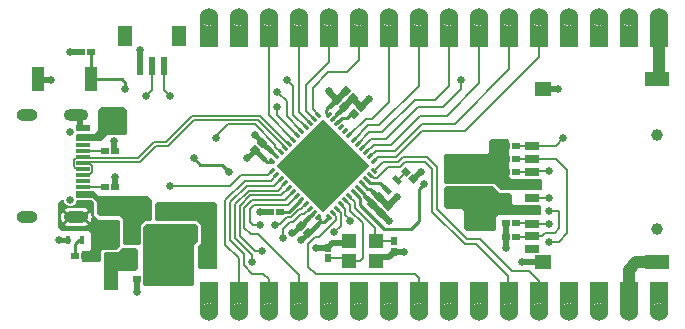
<source format=gbr>
%TF.GenerationSoftware,Altium Limited,Altium Designer,25.4.2 (15)*%
G04 Layer_Physical_Order=1*
G04 Layer_Color=255*
%FSLAX45Y45*%
%MOMM*%
%TF.SameCoordinates,D428E1E4-D561-4EBD-83AA-0298DF20FA0A*%
%TF.FilePolarity,Positive*%
%TF.FileFunction,Copper,L1,Top,Signal*%
%TF.Part,Single*%
G01*
G75*
%TA.AperFunction,SMDPad,CuDef*%
%ADD10R,1.20000X1.80000*%
%ADD11R,0.60000X1.55000*%
%ADD12R,0.60000X0.95000*%
%ADD13R,0.65000X0.55000*%
G04:AMPARAMS|DCode=14|XSize=0.4mm|YSize=0.8mm|CornerRadius=0mm|HoleSize=0mm|Usage=FLASHONLY|Rotation=225.000|XOffset=0mm|YOffset=0mm|HoleType=Round|Shape=Rectangle|*
%AMROTATEDRECTD14*
4,1,4,-0.14142,0.42426,0.42426,-0.14142,0.14142,-0.42426,-0.42426,0.14142,-0.14142,0.42426,0.0*
%
%ADD14ROTATEDRECTD14*%

%ADD15R,1.05000X2.00000*%
%ADD16R,1.30000X1.20000*%
%TA.AperFunction,ConnectorPad*%
%ADD17R,1.15000X0.60000*%
%ADD18R,1.15000X0.30000*%
%ADD19R,2.00000X1.20000*%
%ADD20R,1.40000X1.20000*%
%ADD21R,1.30000X0.70000*%
%TA.AperFunction,SMDPad,CuDef*%
%ADD22R,1.13000X1.43000*%
%ADD23R,0.40000X0.80000*%
%ADD24P,7.91960X4X180.0*%
G04:AMPARAMS|DCode=25|XSize=0.3mm|YSize=0.55mm|CornerRadius=0mm|HoleSize=0mm|Usage=FLASHONLY|Rotation=225.000|XOffset=0mm|YOffset=0mm|HoleType=Round|Shape=Rectangle|*
%AMROTATEDRECTD25*
4,1,4,-0.08839,0.30052,0.30052,-0.08839,0.08839,-0.30052,-0.30052,0.08839,-0.08839,0.30052,0.0*
%
%ADD25ROTATEDRECTD25*%

G04:AMPARAMS|DCode=26|XSize=0.3mm|YSize=0.55mm|CornerRadius=0mm|HoleSize=0mm|Usage=FLASHONLY|Rotation=135.000|XOffset=0mm|YOffset=0mm|HoleType=Round|Shape=Rectangle|*
%AMROTATEDRECTD26*
4,1,4,0.30052,0.08839,-0.08839,-0.30052,-0.30052,-0.08839,0.08839,0.30052,0.30052,0.08839,0.0*
%
%ADD26ROTATEDRECTD26*%

%ADD27R,0.62000X0.66000*%
G04:AMPARAMS|DCode=28|XSize=0.62mm|YSize=0.66mm|CornerRadius=0mm|HoleSize=0mm|Usage=FLASHONLY|Rotation=315.000|XOffset=0mm|YOffset=0mm|HoleType=Round|Shape=Rectangle|*
%AMROTATEDRECTD28*
4,1,4,-0.45255,-0.01414,0.01414,0.45255,0.45255,0.01414,-0.01414,-0.45255,-0.45255,-0.01414,0.0*
%
%ADD28ROTATEDRECTD28*%

%ADD29R,0.66000X0.62000*%
G04:AMPARAMS|DCode=30|XSize=0.55mm|YSize=0.65mm|CornerRadius=0mm|HoleSize=0mm|Usage=FLASHONLY|Rotation=225.000|XOffset=0mm|YOffset=0mm|HoleType=Round|Shape=Rectangle|*
%AMROTATEDRECTD30*
4,1,4,-0.03535,0.42426,0.42426,-0.03535,0.03535,-0.42426,-0.42426,0.03535,-0.03535,0.42426,0.0*
%
%ADD30ROTATEDRECTD30*%

%ADD31R,1.45000X1.15000*%
%ADD32R,1.15000X1.45000*%
G04:AMPARAMS|DCode=33|XSize=0.62mm|YSize=0.66mm|CornerRadius=0mm|HoleSize=0mm|Usage=FLASHONLY|Rotation=225.000|XOffset=0mm|YOffset=0mm|HoleType=Round|Shape=Rectangle|*
%AMROTATEDRECTD33*
4,1,4,-0.01414,0.45255,0.45255,-0.01414,0.01414,-0.45255,-0.45255,0.01414,-0.01414,0.45255,0.0*
%
%ADD33ROTATEDRECTD33*%

%TA.AperFunction,Conductor*%
%ADD34C,0.25400*%
%ADD35C,0.50800*%
%ADD36C,0.20000*%
%ADD37C,0.38100*%
%ADD38C,1.01600*%
%ADD39C,0.20378*%
%ADD40C,0.30480*%
%TA.AperFunction,ComponentPad*%
%ADD41O,2.10000X1.00000*%
%ADD42O,1.80000X1.00000*%
%ADD43C,0.65000*%
%ADD44C,1.00000*%
%ADD45C,1.52400*%
%TA.AperFunction,ViaPad*%
%ADD46C,0.66040*%
G36*
X-639100Y1006345D02*
X-791500D01*
Y1260345D01*
X-790848Y1250399D01*
X-785700Y1231185D01*
X-775754Y1213958D01*
X-761688Y1199892D01*
X-744461Y1189946D01*
X-725246Y1184797D01*
X-705354D01*
X-686140Y1189946D01*
X-668913Y1199892D01*
X-654847Y1213958D01*
X-644901Y1231185D01*
X-639752Y1250399D01*
X-639100Y1260345D01*
Y1006345D01*
D02*
G37*
G36*
X-893100D02*
X-1045500D01*
Y1260345D01*
X-1044848Y1250399D01*
X-1039700Y1231185D01*
X-1029754Y1213958D01*
X-1015688Y1199892D01*
X-998461Y1189946D01*
X-979246Y1184797D01*
X-959354D01*
X-940140Y1189946D01*
X-922913Y1199892D01*
X-908847Y1213958D01*
X-898901Y1231185D01*
X-893752Y1250399D01*
X-893100Y1260345D01*
Y1006345D01*
D02*
G37*
G36*
X-1687742Y495805D02*
X-1659803Y467865D01*
X-1659802Y279905D01*
X-1677583Y262125D01*
X-1824903Y262125D01*
X-1878242Y208785D01*
X-2076362D01*
X-2086522Y218945D01*
Y262125D01*
X-2081442Y267205D01*
X-1941743D01*
X-1908722Y300225D01*
X-1908723Y472944D01*
X-1885862Y495805D01*
X-1687742Y495805D01*
D02*
G37*
G36*
X-1939202Y-316995D02*
Y-416055D01*
X-1898563Y-456695D01*
X-1735738D01*
X-1720762Y-471670D01*
Y-593855D01*
Y-677676D01*
X-1753782Y-710695D01*
X-1865542D01*
X-1880783Y-725935D01*
X-1880782Y-798742D01*
X-1894840Y-812800D01*
X-2046042D01*
Y-718737D01*
X-2033517Y-718315D01*
X-1982382D01*
X-1969682Y-705615D01*
X-1969683Y-570995D01*
X-1987463Y-553215D01*
X-2213522D01*
X-2246542Y-520195D01*
Y-316995D01*
X-2223682Y-294135D01*
X-2193692D01*
Y-301477D01*
X-2185700Y-320773D01*
X-2170931Y-335542D01*
X-2151635Y-343534D01*
X-2130749D01*
X-2111453Y-335542D01*
X-2096685Y-320773D01*
X-2088692Y-301477D01*
Y-294135D01*
X-1962062D01*
X-1939202Y-316995D01*
D02*
G37*
G36*
X-1896023Y-256035D02*
X-1482003Y-256035D01*
X-1451522Y-286515D01*
Y-454155D01*
X-1464222Y-466855D01*
X-1509942D01*
X-1545502Y-502415D01*
Y-657355D01*
X-1555662Y-667515D01*
X-1680122Y-667515D01*
X-1692822Y-654815D01*
Y-459229D01*
X-1723298Y-428755D01*
X-1893482Y-428755D01*
X-1916343Y-405895D01*
X-1916342Y-309375D01*
X-1951901Y-273816D01*
X-1957192D01*
Y-272075D01*
X-2091602D01*
X-2091603Y-224503D01*
X-2079955Y-212855D01*
X-1939203Y-212854D01*
X-1896023Y-256035D01*
D02*
G37*
G36*
X-900342Y-324615D02*
Y-863095D01*
X-910502Y-873255D01*
X-1047663Y-873255D01*
X-1060362Y-860555D01*
Y-682755D01*
X-1034962Y-657355D01*
Y-502415D01*
X-1067982Y-469395D01*
X-1405803D01*
X-1423582Y-451615D01*
Y-327155D01*
X-1400722Y-304295D01*
X-920662D01*
X-900342Y-324615D01*
D02*
G37*
G36*
X-1062902Y-512575D02*
Y-639575D01*
X-1090842Y-667515D01*
X-1090843Y-997715D01*
X-1108622Y-1015495D01*
X-1512483D01*
X-1522642Y-1005335D01*
Y-911355D01*
Y-515115D01*
X-1502323Y-494795D01*
X-1080682Y-494795D01*
X-1062902Y-512575D01*
D02*
G37*
G36*
X-1565822Y-718315D02*
Y-868175D01*
X-1588682Y-891035D01*
X-1738542Y-891035D01*
X-1741083Y-893575D01*
X-1741082Y-1044051D01*
X-1750626Y-1053595D01*
X-1847762D01*
X-1852842Y-1048515D01*
Y-741175D01*
X-1842754Y-731086D01*
X-1753782D01*
X-1753421Y-731015D01*
X-1736002D01*
X-1700442Y-695455D01*
X-1588682D01*
X-1565822Y-718315D01*
D02*
G37*
G36*
X-639100Y-1239655D02*
X-639752Y-1229709D01*
X-644901Y-1210494D01*
X-654847Y-1193267D01*
X-668913Y-1179201D01*
X-686140Y-1169255D01*
X-705354Y-1164107D01*
X-725246D01*
X-744461Y-1169255D01*
X-761688Y-1179201D01*
X-775754Y-1193267D01*
X-785700Y-1210494D01*
X-790848Y-1229709D01*
X-791500Y-1239655D01*
Y-985655D01*
X-639100D01*
Y-1239655D01*
D02*
G37*
G36*
X-893100D02*
X-893752Y-1229709D01*
X-898901Y-1210494D01*
X-908847Y-1193267D01*
X-922913Y-1179201D01*
X-940140Y-1169255D01*
X-959354Y-1164107D01*
X-979246D01*
X-998461Y-1169255D01*
X-1015688Y-1179201D01*
X-1029754Y-1193267D01*
X-1039700Y-1210494D01*
X-1044848Y-1229709D01*
X-1045500Y-1239655D01*
Y-985655D01*
X-893100D01*
Y-1239655D01*
D02*
G37*
G36*
X-385100Y-985655D02*
X-537500D01*
Y-1239655D01*
X-536848Y-1229709D01*
X-531700Y-1210494D01*
X-521754Y-1193267D01*
X-507688Y-1179201D01*
X-490461Y-1169255D01*
X-471246Y-1164107D01*
X-451354D01*
X-432140Y-1169255D01*
X-414913Y-1179201D01*
X-400847Y-1193267D01*
X-390901Y-1210494D01*
X-385752Y-1229709D01*
X-385100Y-1239655D01*
D01*
Y-985655D01*
D02*
G37*
G36*
X-131100D02*
X-283500D01*
Y-1239655D01*
X-282848Y-1229709D01*
X-277700Y-1210494D01*
X-267754Y-1193267D01*
X-253688Y-1179201D01*
X-236461Y-1169255D01*
X-217246Y-1164107D01*
X-197354D01*
X-178140Y-1169255D01*
X-160913Y-1179201D01*
X-146847Y-1193267D01*
X-136901Y-1210494D01*
X-131752Y-1229709D01*
X-131100Y-1239655D01*
D01*
Y-985655D01*
D02*
G37*
G36*
X122900D02*
X-29500D01*
Y-1239655D01*
X-28848Y-1229709D01*
X-23700Y-1210494D01*
X-13754Y-1193267D01*
X312Y-1179201D01*
X17539Y-1169255D01*
X36754Y-1164107D01*
X56646D01*
X75860Y-1169255D01*
X93087Y-1179201D01*
X107153Y-1193267D01*
X117099Y-1210494D01*
X122248Y-1229709D01*
X122900Y-1239655D01*
D01*
Y-985655D01*
D02*
G37*
G36*
X376900D02*
X224500D01*
Y-1239655D01*
X225152Y-1229709D01*
X230300Y-1210494D01*
X240246Y-1193267D01*
X254312Y-1179201D01*
X271539Y-1169255D01*
X290754Y-1164107D01*
X310646D01*
X329860Y-1169255D01*
X347087Y-1179201D01*
X361153Y-1193267D01*
X371099Y-1210494D01*
X376248Y-1229709D01*
X376900Y-1239655D01*
D01*
Y-985655D01*
D02*
G37*
G36*
X630900D02*
X478500D01*
Y-1239655D01*
X479152Y-1229709D01*
X484300Y-1210494D01*
X494246Y-1193267D01*
X508312Y-1179201D01*
X525539Y-1169255D01*
X544754Y-1164107D01*
X564646D01*
X583860Y-1169255D01*
X601087Y-1179201D01*
X615153Y-1193267D01*
X625099Y-1210494D01*
X630248Y-1229709D01*
X630900Y-1239655D01*
D01*
Y-985655D01*
D02*
G37*
G36*
X-537500Y1006345D02*
X-385100D01*
Y1260345D01*
X-385752Y1250399D01*
X-390901Y1231185D01*
X-400847Y1213958D01*
X-414913Y1199892D01*
X-432140Y1189946D01*
X-451354Y1184797D01*
X-471246D01*
X-490461Y1189946D01*
X-507688Y1199892D01*
X-521754Y1213958D01*
X-531700Y1231185D01*
X-536848Y1250399D01*
X-537500Y1260345D01*
D01*
Y1006345D01*
D02*
G37*
G36*
X-283500D02*
X-131100D01*
Y1260345D01*
X-131752Y1250399D01*
X-136901Y1231185D01*
X-146847Y1213958D01*
X-160913Y1199892D01*
X-178140Y1189946D01*
X-197354Y1184797D01*
X-217246D01*
X-236461Y1189946D01*
X-253688Y1199892D01*
X-267754Y1213958D01*
X-277700Y1231185D01*
X-282848Y1250399D01*
X-283500Y1260345D01*
D01*
Y1006345D01*
D02*
G37*
G36*
X-29500D02*
X122900D01*
Y1260345D01*
X122248Y1250399D01*
X117099Y1231185D01*
X107153Y1213958D01*
X93087Y1199892D01*
X75860Y1189946D01*
X56646Y1184797D01*
X36754D01*
X17539Y1189946D01*
X312Y1199892D01*
X-13754Y1213958D01*
X-23700Y1231185D01*
X-28848Y1250399D01*
X-29500Y1260345D01*
D01*
Y1006345D01*
D02*
G37*
G36*
X224500D02*
X376900D01*
Y1260345D01*
X376248Y1250399D01*
X371099Y1231185D01*
X361153Y1213958D01*
X347087Y1199892D01*
X329860Y1189946D01*
X310646Y1184797D01*
X290754D01*
X271539Y1189946D01*
X254312Y1199892D01*
X240246Y1213958D01*
X230300Y1231185D01*
X225152Y1250399D01*
X224500Y1260345D01*
D01*
Y1006345D01*
D02*
G37*
G36*
X478500D02*
X630900D01*
Y1260345D01*
X630248Y1250399D01*
X625099Y1231185D01*
X615153Y1213958D01*
X601087Y1199892D01*
X583860Y1189946D01*
X564646Y1184797D01*
X544754D01*
X525539Y1189946D01*
X508312Y1199892D01*
X494246Y1213958D01*
X484300Y1231185D01*
X479152Y1250399D01*
X478500Y1260345D01*
D01*
Y1006345D01*
D02*
G37*
G36*
X2916900D02*
X2764500D01*
Y1260345D01*
X2765152Y1250399D01*
X2770300Y1231185D01*
X2780246Y1213958D01*
X2794312Y1199892D01*
X2811539Y1189946D01*
X2830754Y1184797D01*
X2850646D01*
X2869860Y1189946D01*
X2887087Y1199892D01*
X2901153Y1213958D01*
X2911099Y1231185D01*
X2916248Y1250399D01*
X2916900Y1260345D01*
Y1006345D01*
D02*
G37*
G36*
X2662900D02*
X2510500D01*
Y1260345D01*
X2511152Y1250399D01*
X2516300Y1231185D01*
X2526246Y1213958D01*
X2540312Y1199892D01*
X2557539Y1189946D01*
X2576754Y1184797D01*
X2596646D01*
X2615860Y1189946D01*
X2633087Y1199892D01*
X2647153Y1213958D01*
X2657099Y1231185D01*
X2662248Y1250399D01*
X2662900Y1260345D01*
Y1006345D01*
D02*
G37*
G36*
X2408900D02*
X2256500D01*
Y1260345D01*
X2257152Y1250399D01*
X2262300Y1231185D01*
X2272246Y1213958D01*
X2286312Y1199892D01*
X2303539Y1189946D01*
X2322754Y1184797D01*
X2342646D01*
X2361860Y1189946D01*
X2379087Y1199892D01*
X2393153Y1213958D01*
X2403099Y1231185D01*
X2408248Y1250399D01*
X2408900Y1260345D01*
Y1006345D01*
D02*
G37*
G36*
X2154900D02*
X2002500D01*
Y1260345D01*
X2003152Y1250399D01*
X2008300Y1231185D01*
X2018246Y1213958D01*
X2032312Y1199892D01*
X2049539Y1189946D01*
X2068754Y1184797D01*
X2088646D01*
X2107860Y1189946D01*
X2125087Y1199892D01*
X2139153Y1213958D01*
X2149099Y1231185D01*
X2154248Y1250399D01*
X2154900Y1260345D01*
Y1006345D01*
D02*
G37*
G36*
X1900900D02*
X1748500D01*
Y1260345D01*
X1749152Y1250399D01*
X1754300Y1231185D01*
X1764246Y1213958D01*
X1778312Y1199892D01*
X1795539Y1189946D01*
X1814754Y1184797D01*
X1834646D01*
X1853860Y1189946D01*
X1871087Y1199892D01*
X1885153Y1213958D01*
X1895099Y1231185D01*
X1900248Y1250399D01*
X1900900Y1260345D01*
Y1006345D01*
D02*
G37*
G36*
X1646900D02*
X1494500D01*
Y1260345D01*
X1495152Y1250399D01*
X1500300Y1231185D01*
X1510246Y1213958D01*
X1524312Y1199892D01*
X1541539Y1189946D01*
X1560754Y1184797D01*
X1580646D01*
X1599860Y1189946D01*
X1617087Y1199892D01*
X1631153Y1213958D01*
X1641099Y1231185D01*
X1646248Y1250399D01*
X1646900Y1260345D01*
Y1006345D01*
D02*
G37*
G36*
X1392900D02*
X1240500D01*
Y1260345D01*
X1241152Y1250399D01*
X1246300Y1231185D01*
X1256246Y1213958D01*
X1270312Y1199892D01*
X1287539Y1189946D01*
X1306754Y1184797D01*
X1326646D01*
X1345860Y1189946D01*
X1363087Y1199892D01*
X1377153Y1213958D01*
X1387099Y1231185D01*
X1392248Y1250399D01*
X1392900Y1260345D01*
Y1006345D01*
D02*
G37*
G36*
X1138900D02*
X986500D01*
Y1260345D01*
X987152Y1250399D01*
X992300Y1231185D01*
X1002246Y1213958D01*
X1016312Y1199892D01*
X1033539Y1189946D01*
X1052754Y1184797D01*
X1072646D01*
X1091860Y1189946D01*
X1109087Y1199892D01*
X1123153Y1213958D01*
X1133099Y1231185D01*
X1138248Y1250399D01*
X1138900Y1260345D01*
Y1006345D01*
D02*
G37*
G36*
X884900D02*
X732500D01*
Y1260345D01*
X733152Y1250399D01*
X738300Y1231185D01*
X748246Y1213958D01*
X762312Y1199892D01*
X779539Y1189946D01*
X798754Y1184797D01*
X818646D01*
X837860Y1189946D01*
X855087Y1199892D01*
X869153Y1213958D01*
X879099Y1231185D01*
X884248Y1250399D01*
X884900Y1260345D01*
Y1006345D01*
D02*
G37*
G36*
X1563458Y224025D02*
X1576158Y211325D01*
X1576157Y-98555D01*
X1593938Y-116335D01*
X1843474Y-116335D01*
X1853018Y-125878D01*
Y-195075D01*
X1840318Y-207775D01*
X1505037D01*
X1449158Y-151895D01*
X1037678D01*
X1022438Y-136655D01*
Y89405D01*
X1032598Y99565D01*
X1390738Y99565D01*
X1403438Y112265D01*
Y208785D01*
X1418678Y224025D01*
X1563458Y224025D01*
D02*
G37*
G36*
X1494878Y-228095D02*
X1504676D01*
X1505037Y-228166D01*
X1581310D01*
X1599018Y-245875D01*
Y-322075D01*
X1611717Y-334775D01*
X1835238Y-334775D01*
X1845398Y-344935D01*
Y-410975D01*
X1835237Y-421135D01*
X1482178D01*
X1461858Y-441455D01*
Y-540515D01*
X1446618Y-555755D01*
X1271358D01*
X1215478Y-555755D01*
X1187538Y-532471D01*
Y-385575D01*
X1164678Y-362715D01*
X1042758Y-362715D01*
X1019898Y-339855D01*
Y-192535D01*
X1040146Y-172286D01*
X1439069D01*
X1494878Y-228095D01*
D02*
G37*
G36*
X2916900Y-1239655D02*
X2916248Y-1229709D01*
X2911099Y-1210494D01*
X2901153Y-1193267D01*
X2887087Y-1179201D01*
X2869860Y-1169255D01*
X2850646Y-1164107D01*
X2830754D01*
X2811539Y-1169255D01*
X2794312Y-1179201D01*
X2780246Y-1193267D01*
X2770300Y-1210494D01*
X2765152Y-1229709D01*
X2764500Y-1239655D01*
Y-985655D01*
X2916900D01*
Y-1239655D01*
D02*
G37*
G36*
X2662900D02*
X2662248Y-1229709D01*
X2657099Y-1210494D01*
X2647153Y-1193267D01*
X2633087Y-1179201D01*
X2615860Y-1169255D01*
X2596646Y-1164107D01*
X2576754D01*
X2557539Y-1169255D01*
X2540312Y-1179201D01*
X2526246Y-1193267D01*
X2516300Y-1210494D01*
X2511152Y-1229709D01*
X2510500Y-1239655D01*
Y-985655D01*
X2662900D01*
Y-1239655D01*
D02*
G37*
G36*
X2408900D02*
X2408248Y-1229709D01*
X2403099Y-1210494D01*
X2393153Y-1193267D01*
X2379087Y-1179201D01*
X2361860Y-1169255D01*
X2342646Y-1164107D01*
X2322754D01*
X2303539Y-1169255D01*
X2286312Y-1179201D01*
X2272246Y-1193267D01*
X2262300Y-1210494D01*
X2257152Y-1229709D01*
X2256500Y-1239655D01*
Y-985655D01*
X2408900D01*
Y-1239655D01*
D02*
G37*
G36*
X2154900D02*
X2154248Y-1229709D01*
X2149099Y-1210494D01*
X2139153Y-1193267D01*
X2125087Y-1179201D01*
X2107860Y-1169255D01*
X2088646Y-1164107D01*
X2068754D01*
X2049539Y-1169255D01*
X2032312Y-1179201D01*
X2018246Y-1193267D01*
X2008300Y-1210494D01*
X2003152Y-1229709D01*
X2002500Y-1239655D01*
Y-985655D01*
X2154900D01*
Y-1239655D01*
D02*
G37*
G36*
X1900900D02*
X1900248Y-1229709D01*
X1895099Y-1210494D01*
X1885153Y-1193267D01*
X1871087Y-1179201D01*
X1853860Y-1169255D01*
X1834646Y-1164107D01*
X1814754D01*
X1795539Y-1169255D01*
X1778312Y-1179201D01*
X1764246Y-1193267D01*
X1754300Y-1210494D01*
X1749152Y-1229709D01*
X1748500Y-1239655D01*
Y-985655D01*
X1900900D01*
Y-1239655D01*
D02*
G37*
G36*
X1646900D02*
X1646248Y-1229709D01*
X1641099Y-1210494D01*
X1631153Y-1193267D01*
X1617087Y-1179201D01*
X1599860Y-1169255D01*
X1580646Y-1164107D01*
X1560754D01*
X1541539Y-1169255D01*
X1524312Y-1179201D01*
X1510246Y-1193267D01*
X1500300Y-1210494D01*
X1495152Y-1229709D01*
X1494500Y-1239655D01*
Y-985655D01*
X1646900D01*
Y-1239655D01*
D02*
G37*
G36*
X1392900D02*
X1392248Y-1229709D01*
X1387099Y-1210494D01*
X1377153Y-1193267D01*
X1363087Y-1179201D01*
X1345860Y-1169255D01*
X1326646Y-1164107D01*
X1306754D01*
X1287539Y-1169255D01*
X1270312Y-1179201D01*
X1256246Y-1193267D01*
X1246300Y-1210494D01*
X1241152Y-1229709D01*
X1240500Y-1239655D01*
Y-985655D01*
X1392900D01*
Y-1239655D01*
D02*
G37*
G36*
X1138900D02*
X1138248Y-1229709D01*
X1133099Y-1210494D01*
X1123153Y-1193267D01*
X1109087Y-1179201D01*
X1091860Y-1169255D01*
X1072646Y-1164107D01*
X1052754D01*
X1033539Y-1169255D01*
X1016312Y-1179201D01*
X1002246Y-1193267D01*
X992300Y-1210494D01*
X987152Y-1229709D01*
X986500Y-1239655D01*
Y-985655D01*
X1138900D01*
Y-1239655D01*
D02*
G37*
G36*
X884900D02*
X884248Y-1229709D01*
X879099Y-1210494D01*
X869153Y-1193267D01*
X855087Y-1179201D01*
X837860Y-1169255D01*
X818646Y-1164107D01*
X798754D01*
X779539Y-1169255D01*
X762312Y-1179201D01*
X748246Y-1193267D01*
X738300Y-1210494D01*
X733152Y-1229709D01*
X732500Y-1239655D01*
Y-985655D01*
X884900D01*
Y-1239655D01*
D02*
G37*
%LPC*%
G36*
X-1974618Y-390421D02*
X-2018232Y-434035D01*
X-1974619Y-477648D01*
X-1970331Y-472060D01*
X-1962733Y-453718D01*
X-1960142Y-434035D01*
X-1962733Y-414351D01*
X-1970331Y-396009D01*
X-1974618Y-390421D01*
D02*
G37*
G36*
X-2207766D02*
X-2212054Y-396009D01*
X-2219652Y-414351D01*
X-2222243Y-434035D01*
X-2219652Y-453718D01*
X-2212054Y-472060D01*
X-2207766Y-477648D01*
X-2164153Y-434035D01*
X-2207766Y-390421D01*
D02*
G37*
G36*
X-2036192Y-357984D02*
X-2146193D01*
X-2165876Y-360575D01*
X-2184218Y-368173D01*
X-2189806Y-372461D01*
X-2137212Y-425055D01*
X-2146193Y-434035D01*
X-2137212Y-443015D01*
X-2189806Y-495609D01*
X-2184218Y-499896D01*
X-2165876Y-507494D01*
X-2146193Y-510085D01*
X-2036192D01*
X-2016509Y-507494D01*
X-1998167Y-499896D01*
X-1992579Y-495608D01*
X-2045172Y-443015D01*
X-2036192Y-434035D01*
X-2045172Y-425055D01*
X-1992579Y-372461D01*
X-1998167Y-368173D01*
X-2016509Y-360575D01*
X-2036192Y-357984D01*
D02*
G37*
%LPD*%
D10*
X-1681900Y1096395D02*
D03*
X-1221900D02*
D03*
D11*
X-1551900Y843895D02*
D03*
X-1451900D02*
D03*
X-1351900D02*
D03*
D12*
X-1375660Y-377800D02*
D03*
X-1565660D02*
D03*
X-1470660Y-612800D02*
D03*
D13*
X-2013542Y-766236D02*
D03*
X-2098542D02*
D03*
X-450602Y-394195D02*
D03*
X-365602D02*
D03*
X1630000Y-485140D02*
D03*
X1545000D02*
D03*
X-1767192Y122925D02*
D03*
X-1852192D02*
D03*
X-1767192Y-177075D02*
D03*
X-1852192D02*
D03*
X1630000Y-50800D02*
D03*
X1545000D02*
D03*
X1630000Y58420D02*
D03*
X1545000D02*
D03*
X1630000Y170180D02*
D03*
X1545000D02*
D03*
X1630000Y-601980D02*
D03*
X1545000D02*
D03*
D14*
X536694Y-201749D02*
D03*
X621547Y-116896D02*
D03*
D15*
X-2414520Y731520D02*
D03*
X-1969520D02*
D03*
D16*
X448078Y-803794D02*
D03*
X218078Y-633795D02*
D03*
X448078D02*
D03*
X218078Y-803794D02*
D03*
D17*
X-2034692Y237925D02*
D03*
Y-242075D02*
D03*
Y317925D02*
D03*
Y-322075D02*
D03*
D18*
Y-177075D02*
D03*
Y-127075D02*
D03*
Y-77075D02*
D03*
Y-27075D02*
D03*
Y22925D02*
D03*
Y72925D02*
D03*
Y122925D02*
D03*
Y172925D02*
D03*
D19*
X2825840Y-819061D02*
D03*
Y732939D02*
D03*
D20*
X1855840Y-819061D02*
D03*
Y648939D02*
D03*
D21*
X1770840Y-709061D02*
D03*
Y-599061D02*
D03*
Y-489061D02*
D03*
Y-379061D02*
D03*
Y-269061D02*
D03*
Y-159061D02*
D03*
Y-49061D02*
D03*
Y60939D02*
D03*
Y170939D02*
D03*
D22*
X-1459542Y-802135D02*
D03*
X-1636542D02*
D03*
D23*
X-2159223Y-629415D02*
D03*
X-2039222D02*
D03*
D24*
X0Y0D02*
D03*
D25*
X44194Y-433102D02*
D03*
X79549Y-397747D02*
D03*
X114905Y-362392D02*
D03*
X150260Y-327036D02*
D03*
X185615Y-291681D02*
D03*
X220970Y-256326D02*
D03*
X256326Y-220971D02*
D03*
X327036Y-150260D02*
D03*
X362391Y-114905D02*
D03*
X397747Y-79549D02*
D03*
X433102Y-44194D02*
D03*
X-44194Y433102D02*
D03*
X-79549Y397747D02*
D03*
X-114905Y362391D02*
D03*
X-150260Y327036D02*
D03*
X-185615Y291681D02*
D03*
X-220971Y256326D02*
D03*
X-256326Y220970D02*
D03*
X-291681Y185615D02*
D03*
X-327036Y150260D02*
D03*
X-362392Y114905D02*
D03*
X-397747Y79549D02*
D03*
X-433102Y44194D02*
D03*
X291681Y-185615D02*
D03*
D26*
X433102Y44194D02*
D03*
X397747Y79549D02*
D03*
X362391Y114905D02*
D03*
X327036Y150260D02*
D03*
X291681Y185615D02*
D03*
X256326Y220970D02*
D03*
X220970Y256326D02*
D03*
X185615Y291681D02*
D03*
X150260Y327036D02*
D03*
X114905Y362391D02*
D03*
X79549Y397747D02*
D03*
X44194Y433102D02*
D03*
X-433102Y-44194D02*
D03*
X-397747Y-79549D02*
D03*
X-362392Y-114905D02*
D03*
X-327036Y-150260D02*
D03*
X-291681Y-185615D02*
D03*
X-256326Y-220971D02*
D03*
X-220971Y-256326D02*
D03*
X-185615Y-291681D02*
D03*
X-150260Y-327036D02*
D03*
X-114905Y-362392D02*
D03*
X-79549Y-397747D02*
D03*
X-44194Y-433102D02*
D03*
D27*
X594478Y-729056D02*
D03*
Y-641056D02*
D03*
X40640Y-695140D02*
D03*
Y-783140D02*
D03*
X-1793240Y-677360D02*
D03*
Y-765360D02*
D03*
X1546860Y-262440D02*
D03*
Y-174440D02*
D03*
D28*
X320684Y496633D02*
D03*
X258458Y434408D02*
D03*
X-517527Y193673D02*
D03*
X-579753Y131447D02*
D03*
X410785Y-325307D02*
D03*
X473010Y-263082D02*
D03*
X485785Y-400307D02*
D03*
X548010Y-338082D02*
D03*
D29*
X-1965367Y962940D02*
D03*
X-2053367D02*
D03*
X-1576086Y-962940D02*
D03*
X-1488086D02*
D03*
D30*
X761572Y-111332D02*
D03*
X701468Y-51228D02*
D03*
D31*
X-1795780Y-526920D02*
D03*
Y-351920D02*
D03*
X-1159422Y-392055D02*
D03*
Y-567054D02*
D03*
X1363980Y-255140D02*
D03*
Y-80140D02*
D03*
X1125220Y-260220D02*
D03*
Y-85220D02*
D03*
D32*
X-985562Y-784355D02*
D03*
X-1160562D02*
D03*
D33*
X253090Y569613D02*
D03*
X190865Y631838D02*
D03*
X-191133Y-509907D02*
D03*
X-128907Y-572133D02*
D03*
X178090Y494613D02*
D03*
X115865Y556838D02*
D03*
D34*
X-2098542Y-766236D02*
Y-658362D01*
X-2070100Y-629920D01*
X-2039728D01*
X-2039222Y-629415D01*
X-1969520Y731520D02*
X-1702477D01*
X-1675042Y704085D01*
Y653285D02*
Y704085D01*
X-1677582Y650745D02*
X-1675042Y653285D01*
X-859702Y8125D02*
X-796202Y-55375D01*
X-1042582Y8125D02*
X-859702D01*
X-1095922Y61465D02*
X-1042582Y8125D01*
X742398Y-538615D02*
X809078Y-471935D01*
Y-200155D02*
X854798Y-154435D01*
X809078Y-471935D02*
Y-200155D01*
X514060Y-538615D02*
X742398D01*
X308320Y-332875D02*
X514060Y-538615D01*
X-1969520Y731520D02*
X-1965367Y735673D01*
Y962940D01*
X-474361Y28166D02*
X-453319D01*
X-491780Y45585D02*
X-474361Y28166D01*
X-436823Y44662D02*
X-433570D01*
X-453319Y28166D02*
X-436823Y44662D01*
X-433570D02*
X-433102Y44194D01*
X-188868Y-291681D02*
X-185615D01*
X-291381Y-394195D02*
X-188868Y-291681D01*
X-365602Y-394195D02*
X-291381D01*
X308320Y-332875D02*
Y-276218D01*
X256326Y-224223D02*
X308320Y-276218D01*
X291681Y-185615D02*
X356580Y-250514D01*
Y-261755D02*
Y-250514D01*
X472477Y-146523D02*
X481469D01*
X397686Y-146947D02*
X472054D01*
X481469Y-146523D02*
X536694Y-201749D01*
X472054Y-146947D02*
X472477Y-146523D01*
X365644Y-114905D02*
X397686Y-146947D01*
X24201Y451624D02*
Y472666D01*
X39080Y487545D01*
X42723Y433102D02*
X44194D01*
X24201Y451624D02*
X42723Y433102D01*
X232578Y434408D02*
X258458D01*
X200946Y402775D02*
X232578Y434408D01*
X155289Y402775D02*
X200946D01*
X114905Y362391D02*
X155289Y402775D01*
X114905Y362391D02*
X114905D01*
X327036Y-150260D02*
X372491Y-195715D01*
X327036Y-150260D02*
X327036D01*
X394680Y-195715D02*
X409920Y-210955D01*
X372491Y-195715D02*
X394680D01*
X256326Y-224223D02*
Y-220971D01*
X362391Y-114905D02*
X365644D01*
X-26960Y-475115D02*
X3520D01*
X44194Y-434441D01*
Y-433102D01*
X-39660Y-487815D02*
X-26960Y-475115D01*
Y-449715D01*
X-43572Y-433102D02*
X-26960Y-449715D01*
X-44194Y-433102D02*
X-43572D01*
X-108240Y-426855D02*
X-79549Y-398164D01*
Y-397747D01*
X79549Y398475D02*
X115280Y434205D01*
X79549Y397747D02*
Y398475D01*
X-433360Y114165D02*
X-398744Y79549D01*
X-397747D01*
D35*
X823802Y-50800D02*
X825500D01*
X763270Y-111332D02*
X823802Y-50800D01*
X761572Y-111332D02*
X763270D01*
X-58420Y-693420D02*
X-57560Y-694280D01*
X39780D01*
X40640Y-695140D01*
Y-693140D02*
X76877Y-656902D01*
X194970D01*
X218078Y-633795D01*
X1855090Y-818311D02*
X1855840Y-819061D01*
X1683590Y-818311D02*
X1855090D01*
X1682840Y-817561D02*
X1683590Y-818311D01*
X1855840Y-819061D02*
X1856083Y-819304D01*
X1855840Y648939D02*
X1856207Y648572D01*
X1989811D01*
X1990178Y648205D01*
X-1553122Y975865D02*
X-1552511Y975254D01*
Y844506D02*
Y975254D01*
Y844506D02*
X-1551900Y843895D01*
X623048Y-263655D02*
X623658D01*
X548620Y-338082D02*
X623048Y-263655D01*
X548010Y-338082D02*
X548620D01*
X1545339Y-692576D02*
X1545678Y-692915D01*
X1545000Y-601980D02*
Y-485140D01*
Y-601980D02*
X1545339Y-602319D01*
Y-692576D02*
Y-602319D01*
X-451372Y-394964D02*
X-450602Y-394195D01*
X-537122Y-395735D02*
X-536352Y-394964D01*
X-451372D01*
X115865Y556838D02*
Y559238D01*
X190655Y631838D02*
X190865D01*
X47078Y628026D02*
X115865Y559238D01*
X47078Y628026D02*
Y630425D01*
X555106Y-467495D02*
X557240D01*
X487919Y-400307D02*
X555106Y-467495D01*
X485785Y-400307D02*
X487919D01*
X410785Y-325307D02*
X485785Y-400307D01*
X-2053480Y963053D02*
X-2053367Y962940D01*
X-2147370Y963053D02*
X-2053480D01*
X-2147482Y963165D02*
X-2147370Y963053D01*
X-2414520Y731520D02*
X-2409945Y726945D01*
X-2302422D01*
X-2091192Y429965D02*
X-2085669D01*
X-2062942Y407238D01*
Y322525D02*
Y407238D01*
Y322525D02*
X-2058342Y317925D01*
X-2034692D01*
X-1574764Y-1070053D02*
X-1573442Y-1071375D01*
X-1574764Y-1070053D02*
Y-964262D01*
X-1576086Y-962940D02*
X-1574764Y-964262D01*
X-1768107Y123840D02*
X-1767192Y122925D01*
X-1768107Y123840D02*
Y207870D01*
X-1769022Y208785D02*
X-1768107Y207870D01*
X-1767192Y-177075D02*
X-1766837Y-176720D01*
Y-93829D01*
X-1766482Y-93475D01*
X-1552010Y843785D02*
X-1551900Y843895D01*
X594478Y-729056D02*
X594507Y-729085D01*
X684210D01*
X684240Y-729115D01*
X320684Y496633D02*
X321455D01*
X386667Y561845D01*
X387438D01*
X253090Y566919D02*
Y569613D01*
Y566919D02*
X320684Y499326D01*
Y496633D02*
Y499326D01*
X448078Y-803794D02*
X482678Y-769194D01*
X556339D01*
X594478Y-731056D01*
Y-729056D01*
X473010Y-263082D02*
X548010Y-338082D01*
X115865Y556838D02*
X190865Y631838D01*
X178090Y494613D02*
X253090Y569613D01*
D36*
X635744Y-116952D02*
X701468Y-51228D01*
X621602Y-116952D02*
X635744D01*
X621547Y-116896D02*
X621602Y-116952D01*
X197423Y-783140D02*
X218078Y-803794D01*
X40640Y-783140D02*
X197423D01*
X-128182Y-854797D02*
Y-664325D01*
Y-854797D02*
X-63500Y-919480D01*
X-128182Y-664325D02*
X-70109Y-606252D01*
X-38980D01*
X104246Y-463026D02*
Y-429515D01*
X-38980Y-606252D02*
X104246Y-463026D01*
X-63500Y-919480D02*
X775545D01*
X808700Y-952634D01*
X1825078Y-1239655D02*
Y-972315D01*
X-209462Y456949D02*
Y1260345D01*
X1319618Y699005D02*
Y1260345D01*
X1824700Y924688D02*
Y1260345D01*
X1197698Y297685D02*
X1824700Y924688D01*
X1045298Y424685D02*
X1319618Y699005D01*
X1063078Y676145D02*
Y1260345D01*
X471258Y340865D02*
X808700Y678308D01*
Y1260345D01*
X560158Y541525D02*
Y1285745D01*
X303618Y894585D02*
Y1260345D01*
X44538Y876805D02*
Y1260345D01*
X-461300Y425945D02*
Y1260345D01*
Y425945D02*
X-256326Y220970D01*
X1565998Y-1239655D02*
Y-934215D01*
X-1351900Y640695D02*
X-1301100Y589895D01*
X-1351900Y640695D02*
Y843895D01*
X1911438Y-642115D02*
X1997798D01*
X-593024Y-505239D02*
X-537122D01*
X-620964Y-477299D02*
X-593024Y-505239D01*
X225620Y-379715D02*
X334098Y-488192D01*
X309840Y-803794D02*
X334098Y-779537D01*
Y-488192D01*
X218078Y-803794D02*
X309840D01*
X808700Y-1164107D02*
Y-952634D01*
X-305982Y729485D02*
X-255182Y678685D01*
Y431958D02*
Y678685D01*
Y431958D02*
X-150260Y327036D01*
X-392342Y627885D02*
X-311062Y546605D01*
Y417128D02*
Y546605D01*
X-392342Y427697D02*
Y500885D01*
X1111338Y356105D02*
X1570700Y815468D01*
X839558Y356105D02*
X1111338D01*
X1570700Y815468D02*
Y1260345D01*
X443163Y124965D02*
X608418D01*
X397747Y79549D02*
X443163Y124965D01*
X608418D02*
X839558Y356105D01*
X837706Y297685D02*
X1197698D01*
X616726Y76705D02*
X837706Y297685D01*
X819238Y424685D02*
X1045298D01*
X1962238Y-565915D02*
X1997798Y-530355D01*
X1880958Y-565915D02*
X1962238D01*
X1847938Y-598935D02*
X1880958Y-565915D01*
X1911438Y-380495D02*
X1985098D01*
X1997798Y-393195D01*
Y-530355D02*
Y-393195D01*
X1770966Y-598935D02*
X1847938D01*
X1770840Y-599061D02*
X1770966Y-598935D01*
X1770840Y-269061D02*
X1773054Y-271275D01*
X1911438D01*
X1770840Y-49061D02*
X1772146Y-47755D01*
X1911438D01*
X1967318Y170685D02*
X2033358Y236725D01*
X1873338Y170685D02*
X1967318D01*
X1873084Y170939D02*
X1873338Y170685D01*
X1770840Y170939D02*
X1873084D01*
X1970384Y60939D02*
X2066378Y-35055D01*
X1770840Y60939D02*
X1970384D01*
X2066378Y-573535D02*
Y-35055D01*
X1997798Y-642115D02*
X2066378Y-573535D01*
X1771494Y-489715D02*
X1911438D01*
X-1301100Y-172105D02*
X-788472D01*
X-694492Y-78125D02*
X-467033D01*
X-788472Y-172105D02*
X-694492Y-78125D01*
X-467033D02*
X-433103Y-44194D01*
X-433102D01*
X-2034692Y122925D02*
X-1852192D01*
X-2034692Y-177075D02*
X-1852192D01*
X-2034692Y-177075D02*
X-2034692Y-177075D01*
X-341542Y-611635D02*
Y-535697D01*
X92909Y-563486D02*
X145760Y-510636D01*
Y-400318D01*
X-1502700Y589895D02*
X-1451900Y640695D01*
Y843895D01*
X1767921Y-601980D02*
X1770840Y-599061D01*
X1630000Y-601980D02*
X1767921D01*
X1766919Y-485140D02*
X1770840Y-489061D01*
X1630000Y-485140D02*
X1766919D01*
X1769101Y-50800D02*
X1770840Y-49061D01*
X1630000Y-50800D02*
X1769101D01*
X1768321Y58420D02*
X1770840Y60939D01*
X1630000Y58420D02*
X1768321D01*
X1770081Y170180D02*
X1770840Y170939D01*
X1630000Y170180D02*
X1770081D01*
X-341542Y-535697D02*
X-282740Y-476894D01*
X-257126D01*
X-187079Y-406847D01*
X-159360D01*
X-114905Y-362392D01*
X-620964Y-477299D02*
Y-474759D01*
X-405064Y-505239D02*
X-396255Y-496430D01*
X-365411D01*
X-305876Y-436894D01*
X-273695D01*
X-203647Y-366847D01*
X-191767D01*
X-151956Y-327036D01*
X-150260D01*
X376221Y340865D02*
X471258D01*
X773518Y559305D02*
X946238D01*
X1063078Y676145D01*
X388511Y282445D02*
X496658D01*
X773518Y559305D01*
X877658Y71625D02*
X964018Y-14735D01*
Y-370335D02*
Y-14735D01*
X861089Y31626D02*
X924018Y-31303D01*
Y-388755D02*
X1200238Y-664975D01*
X964018Y-370335D02*
X1214208Y-620525D01*
X924018Y-388755D02*
Y-31303D01*
X671812Y71625D02*
X877658D01*
X647741Y-9014D02*
X688381Y31626D01*
X861089D01*
X631172Y30985D02*
X671812Y71625D01*
X-392342Y427697D02*
X-220971Y256326D01*
X-209462Y456949D02*
X-114905Y362391D01*
X-311062Y417128D02*
X-185615Y291681D01*
X-145962Y464160D02*
X-79549Y397747D01*
X-145962Y464160D02*
Y686305D01*
X265620Y-353675D02*
Y-308047D01*
X440400Y-626117D02*
Y-528455D01*
X265620Y-353675D02*
X440400Y-528455D01*
X185615Y-291681D02*
X225620Y-331686D01*
Y-379715D02*
Y-331686D01*
X79549Y-404818D02*
X104246Y-429515D01*
X79549Y-404818D02*
Y-397747D01*
X185760Y-418836D02*
X221960Y-455036D01*
X185620Y-383610D02*
X185760Y-383750D01*
X150260Y-334108D02*
X185620Y-369468D01*
X185760Y-418836D02*
Y-383750D01*
X114905Y-369463D02*
X145760Y-400318D01*
X185620Y-383610D02*
Y-369468D01*
X114905Y-369463D02*
Y-362392D01*
X221960Y-467495D02*
Y-455036D01*
X150260Y-334108D02*
Y-327036D01*
X220970Y-263397D02*
X265620Y-308047D01*
X440400Y-626117D02*
X455339Y-641056D01*
X1214208Y-620525D02*
X1328508D01*
X1200238Y-664975D02*
X1296758D01*
X1565998Y-934215D01*
X1328508Y-620525D02*
X1599018Y-891035D01*
X1743798D02*
X1825078Y-972315D01*
X1599018Y-891035D02*
X1743798D01*
X549599Y-9014D02*
X647741D01*
X454367Y-104247D02*
X549599Y-9014D01*
X429515Y-104247D02*
X454367D01*
X404818Y-79549D02*
X429515Y-104247D01*
X397747Y-79549D02*
X404818D01*
X508282Y30985D02*
X631172D01*
X466178Y76705D02*
X616726D01*
X433102Y-44194D02*
X508282Y30985D01*
X433666Y44194D02*
X466178Y76705D01*
X433102Y44194D02*
X433666D01*
X256326Y220970D02*
X376221Y340865D01*
X1009738Y493265D02*
X1164678Y648205D01*
X532218Y226565D02*
X798918Y493265D01*
X1009738D01*
X1164678Y648205D02*
Y724405D01*
X291681Y185615D02*
X388511Y282445D01*
X572858Y178305D02*
X819238Y424685D01*
X403342Y226565D02*
X532218D01*
X327036Y150260D02*
X403342Y226565D01*
X425792Y178305D02*
X572858D01*
X362391Y114905D02*
X425792Y178305D01*
X415378Y396745D02*
X560158Y541525D01*
X361390Y396745D02*
X415378D01*
X220970Y256326D02*
X361390Y396745D01*
X-145962Y686305D02*
X44538Y876805D01*
X41998Y790445D02*
X199478D01*
X-87542Y660905D02*
X41998Y790445D01*
X199478D02*
X303618Y894585D01*
X-87542Y476450D02*
Y660905D01*
Y476450D02*
X-44194Y433102D01*
X455339Y-641056D02*
X594478D01*
X220970Y-263397D02*
Y-256326D01*
D37*
X-193040Y-632460D02*
X-191137D01*
X-130810Y-572133D01*
X-128907D01*
X-261620Y-566420D02*
X-254633D01*
X-198120Y-509907D01*
X-191133D01*
X-126443Y-574597D02*
X-54900Y-503055D01*
X-578697Y132503D02*
X-504480Y58285D01*
X-515197Y196003D02*
X-446060Y126865D01*
X-191213Y-509827D02*
X-126020Y-444635D01*
X-642620Y66040D02*
Y67310D01*
X-579753Y130177D01*
Y131447D01*
X-581660Y258443D02*
Y259080D01*
Y258443D02*
X-517527Y194310D01*
Y193673D02*
Y194310D01*
X-2241462Y-631955D02*
X-2240192Y-630685D01*
X-2160172D01*
X-2159223Y-629735D01*
Y-629415D01*
X410785Y-325307D02*
Y-315959D01*
X366740Y-271915D02*
X410785Y-315959D01*
X462047Y-263082D02*
X473010D01*
X420080Y-221115D02*
X462047Y-263082D01*
X108373Y556838D02*
X115865D01*
X56860Y505325D02*
X108373Y556838D01*
X175687Y494613D02*
X178090D01*
X135600Y454525D02*
X175687Y494613D01*
D38*
X2589618Y-1239655D02*
Y-878577D01*
X2649134Y-819061D02*
X2825840D01*
X2589618Y-878577D02*
X2649134Y-819061D01*
X2825840Y732939D02*
X2831500D01*
X2840700Y742139D01*
Y1260345D01*
D39*
X-1316431Y168617D02*
X-1096370Y388678D01*
X-553490D01*
X-539788Y421757D02*
X-328533Y210501D01*
X-2029881Y68114D02*
X-1946625D01*
X-553490Y388678D02*
X-351923Y187111D01*
X-1946625Y68114D02*
X-1942975Y64464D01*
X-804328Y355600D02*
X-581846D01*
X-2029881Y27736D02*
X-1946625D01*
X-1330133Y201695D02*
X-1110071Y421757D01*
X-581846Y355600D02*
X-405543Y179298D01*
X-1110071Y421757D02*
X-539788D01*
X-896686Y263242D02*
X-804328Y355600D01*
X-1946625Y27736D02*
X-1942975Y31386D01*
X-1554202D01*
X-1942975Y64464D02*
X-1567904D01*
X-905422Y231645D02*
X-896686Y240382D01*
Y263242D01*
X-669202Y-523041D02*
X-616169Y-576075D01*
X-554902D02*
X-207300Y-923677D01*
Y-1164107D02*
Y-923677D01*
X-616169Y-576075D02*
X-554902D01*
X-669202Y-360175D02*
X-599838Y-290810D01*
X-326165D01*
X-256326Y-220971D01*
X-669202Y-523041D02*
Y-360175D01*
X-620964Y-474759D02*
Y-369040D01*
X-674922Y-842135D02*
X-603162Y-913895D01*
X-509182D01*
X-461300Y-961777D01*
X-674922Y-842135D02*
Y-748155D01*
X-790338Y-632739D02*
Y-309999D01*
Y-632739D02*
X-674922Y-748155D01*
X-749959Y-609618D02*
X-600622Y-758955D01*
Y-811979D02*
Y-758955D01*
X-580302Y-720855D02*
X-519342D01*
X-620964Y-369040D02*
X-583112Y-331188D01*
X-295833D01*
X-220971Y-256326D01*
X-709581Y-591576D02*
X-580302Y-720855D01*
X-830716Y-667245D02*
Y-293274D01*
X-749959Y-609618D02*
Y-326724D01*
X-709581Y-591576D02*
Y-343449D01*
X-830716Y-667245D02*
X-715300Y-782660D01*
X-616563Y-250431D02*
X-356497D01*
X-650013Y-169675D02*
X-417161D01*
X-633288Y-210053D02*
X-386829D01*
X-749959Y-326724D02*
X-633288Y-210053D01*
X-790338Y-309999D02*
X-650013Y-169675D01*
X-709581Y-343449D02*
X-616563Y-250431D01*
X-830716Y-293274D02*
X-663936Y-126495D01*
X-444692D01*
X-386829Y-210053D02*
X-327036Y-150260D01*
X-356497Y-250431D02*
X-291681Y-185615D01*
X-461300Y-1239655D02*
Y-961777D01*
X-715300Y-1164107D02*
Y-782660D01*
X-417161Y-169675D02*
X-362392Y-114905D01*
X-444692Y-126495D02*
X-397747Y-79549D01*
X-405543Y158056D02*
Y179298D01*
Y158056D02*
X-362392Y114905D01*
X-298485Y185615D02*
X-291681D01*
X-328533Y210501D02*
X-323371D01*
X-298485Y185615D01*
X-1430673Y201695D02*
X-1330133D01*
X-1567904Y64464D02*
X-1430673Y201695D01*
X-2034692Y72925D02*
X-2029881Y68114D01*
X-351923Y181950D02*
Y187111D01*
X-327036Y150260D02*
Y157063D01*
X-351923Y181950D02*
X-327036Y157063D01*
X-1416971Y168617D02*
X-1316431D01*
X-1554202Y31386D02*
X-1416971Y168617D01*
X-2034692Y22925D02*
X-2029881Y27736D01*
X-2039503Y-22264D02*
X-2034692Y-27075D01*
X-2098154Y-22264D02*
X-2039503D01*
X-2115081Y-5337D02*
X-2098154Y-22264D01*
X-2115081Y-5337D02*
Y47406D01*
X-2094373Y68114D01*
X-2039503D01*
X-2034692Y72925D01*
X-1971149Y18114D02*
X-1954303Y1268D01*
Y-51556D02*
Y1268D01*
X-1975011Y-72264D02*
X-1954303Y-51556D01*
X-2029881Y-72264D02*
X-1975011D01*
X-2034692Y-77075D02*
X-2029881Y-72264D01*
D40*
X356580Y-261755D02*
X366740Y-271915D01*
X409920Y-210955D02*
X420080Y-221115D01*
X-54900Y-503055D02*
X-39660Y-487815D01*
X-126020Y-444635D02*
X-108240Y-426855D01*
X39080Y487545D02*
X56860Y505325D01*
X115280Y434205D02*
X135600Y454525D01*
X-504480Y58285D02*
X-491780Y45585D01*
X-446060Y126865D02*
X-433360Y114165D01*
D41*
X-2091192Y429965D02*
D03*
Y-434035D02*
D03*
D42*
X-2509192Y429965D02*
D03*
Y-434035D02*
D03*
D43*
X-2141192Y-291034D02*
D03*
Y286966D02*
D03*
D44*
X2825840Y-538061D02*
D03*
Y261939D02*
D03*
D45*
X2586700Y1260345D02*
D03*
Y-1239655D02*
D03*
X2840700D02*
D03*
Y1260345D02*
D03*
X-969300D02*
D03*
X-715300D02*
D03*
X-969300Y-1239655D02*
D03*
X2078700Y1260345D02*
D03*
Y-1239655D02*
D03*
X2332700Y1260345D02*
D03*
Y-1239655D02*
D03*
X554700D02*
D03*
X808700D02*
D03*
X300700D02*
D03*
X1062700D02*
D03*
X1316700D02*
D03*
X46700D02*
D03*
X-207300D02*
D03*
X-461300D02*
D03*
X-715300D02*
D03*
X1570700D02*
D03*
X1824700D02*
D03*
Y1260345D02*
D03*
X1570700D02*
D03*
X-461300D02*
D03*
X1316700D02*
D03*
X1062700D02*
D03*
X808700D02*
D03*
X-207300D02*
D03*
X554700D02*
D03*
X46700D02*
D03*
X300700D02*
D03*
D46*
X-58420Y-693420D02*
D03*
X-193040Y-632460D02*
D03*
X-261620Y-566420D02*
D03*
X-642620Y66040D02*
D03*
X-581660Y259080D02*
D03*
X1682840Y-817561D02*
D03*
X-1794422Y-868175D02*
D03*
X1990178Y648205D02*
D03*
X-1553122Y975865D02*
D03*
X-1677582Y650745D02*
D03*
X-1095922Y61465D02*
D03*
X-796202Y-55375D02*
D03*
X1258658Y-497625D02*
D03*
X1385658D02*
D03*
X623658Y-263655D02*
D03*
X1545678Y-692915D02*
D03*
X1911438Y-642115D02*
D03*
X854798Y-154435D02*
D03*
X-537122Y-395735D02*
D03*
Y-505239D02*
D03*
X-1342302Y-964695D02*
D03*
X-966382Y-637035D02*
D03*
X-1794422Y-995175D02*
D03*
X-905422Y231645D02*
D03*
X47078Y630425D02*
D03*
X825500Y-50800D02*
D03*
X1449158Y127986D02*
D03*
X-305982Y729485D02*
D03*
X1258658Y-388115D02*
D03*
X1385658D02*
D03*
X1911438Y-380495D02*
D03*
Y-271275D02*
D03*
Y-47755D02*
D03*
X2033358Y236725D02*
D03*
X557240Y-467495D02*
D03*
X1911438Y-489715D02*
D03*
X1322158Y38605D02*
D03*
X1449158D02*
D03*
X1195158D02*
D03*
X1068158D02*
D03*
X-2147482Y963165D02*
D03*
X-2302422Y726945D02*
D03*
X-2241462Y-631955D02*
D03*
X-966382Y-510035D02*
D03*
Y-383035D02*
D03*
X-1926502Y-634495D02*
D03*
Y-748795D02*
D03*
Y-520195D02*
D03*
X-1189902Y-964695D02*
D03*
X-1342302Y-710695D02*
D03*
Y-583695D02*
D03*
X-1643380Y-595020D02*
D03*
X-1661160Y-427380D02*
D03*
Y-300380D02*
D03*
X-1857922Y320545D02*
D03*
X-1713142D02*
D03*
Y447545D02*
D03*
X-1857922D02*
D03*
X-1573442Y-1071375D02*
D03*
X-1766482Y-93475D02*
D03*
X-1769022Y208785D02*
D03*
X92909Y-563486D02*
D03*
X-1301100Y589895D02*
D03*
X-1502700D02*
D03*
X-519342Y-720855D02*
D03*
X-600622Y-811979D02*
D03*
X-1301100Y-172105D02*
D03*
X-392342Y627885D02*
D03*
Y500885D02*
D03*
X-405064Y-505239D02*
D03*
X-341542Y-611635D02*
D03*
X221960Y-467495D02*
D03*
X684240Y-729115D02*
D03*
X1164678Y724405D02*
D03*
X387438Y561845D02*
D03*
%TF.MD5,04d74c270def5de54d203f49f8e7a2fa*%
M02*

</source>
